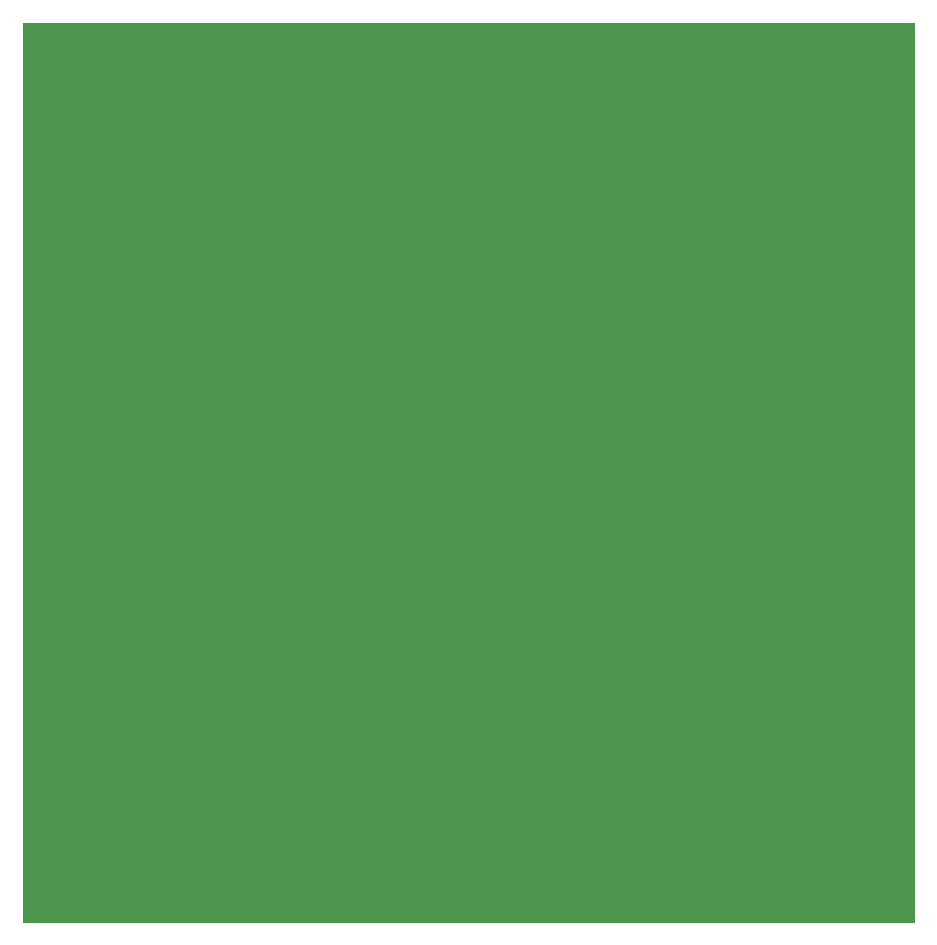
<source format=gbl>
G04 Layer: BottomLayer*
G04 EasyEDA Pro v2.1.30.c6721c40.b3cfa9, 2023-12-20 09:26:28*
G04 Gerber Generator version 0.3*
G04 Scale: 100 percent, Rotated: No, Reflected: No*
G04 Dimensions in millimeters*
G04 Leading zeros omitted, absolute positions, 3 integers and 3 decimals*
%FSLAX33Y33*%
%MOMM*%
%ADD10C,0.1*%
G75*


G04 PolygonModel Start*
G54D10*
G01X32736Y-45660D02*
G01X32736Y30420D01*
G01X-42724D01*
G01Y-45660D01*
G01X32736D01*
G36*
G01X32736Y30420D02*
G01X-42724Y30420D01*
G01Y-45660D01*
G01X32736D01*
G01Y30420D01*
G37*
G04 PolygonModel End*

M02*

</source>
